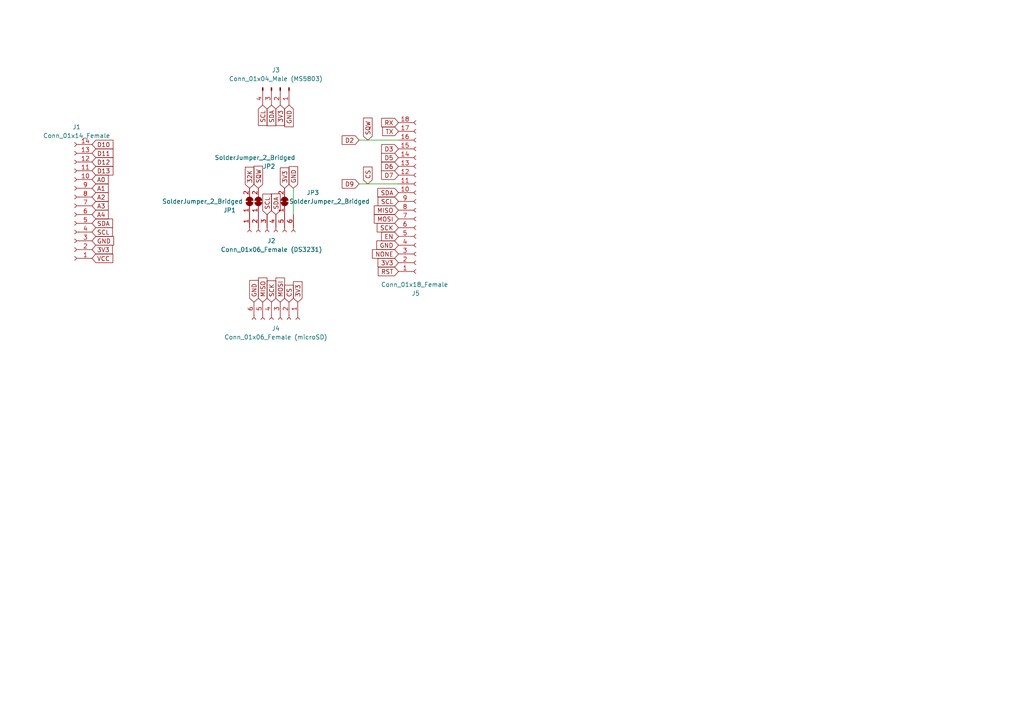
<source format=kicad_sch>
(kicad_sch (version 20211123) (generator eeschema)
  (paper "A4")
  (title_block (title "DIY3 FireBeetle Shield") (date "2022-06-08") (rev "v1"))
  (lib_symbols
    (symbol "Connector:Conn_01x04_Male" (pin_names (offset 1.016) hide)
      (property "Reference" "J" (at 0 5.08 0))
      (property "Value" "Conn_01x04_Male" (at 0 -7.62 0))
      (symbol "Conn_01x04_Male_1_1"
        (polyline (pts (xy 1.27 -5.08) (xy 0.8636 -5.08)) (stroke (width 0.1524)))
        (polyline (pts (xy 1.27 -2.54) (xy 0.8636 -2.54)) (stroke (width 0.1524)))
        (polyline (pts (xy 1.27 0) (xy 0.8636 0)) (stroke (width 0.1524)))
        (polyline (pts (xy 1.27 2.54) (xy 0.8636 2.54)) (stroke (width 0.1524)))
        (rectangle (start 0.8636 -4.953) (end 0 -5.207) (stroke (width 0.1524)) (fill (type outline)))
        (rectangle (start 0.8636 -2.413) (end 0 -2.667) (stroke (width 0.1524)) (fill (type outline)))
        (rectangle (start 0.8636 0.127) (end 0 -0.127) (stroke (width 0.1524)) (fill (type outline)))
        (rectangle (start 0.8636 2.667) (end 0 2.413) (stroke (width 0.1524)) (fill (type outline)))
        (pin passive line (at 5.08 2.54 180) (length 3.81) (name "Pin_1") (number "1"))
        (pin passive line (at 5.08 0 180) (length 3.81) (name "Pin_2") (number "2"))
        (pin passive line (at 5.08 -2.54 180) (length 3.81) (name "Pin_3") (number "3"))
        (pin passive line (at 5.08 -5.08 180) (length 3.81) (name "Pin_4") (number "4"))
      )
    )
    (symbol "Connector:Conn_01x06_Female" (pin_names (offset 1.016) hide)
      (property "Reference" "J" (at 0 7.62 0))
      (property "Value" "Conn_01x06_Female" (at 0 -10.16 0))
      (symbol "Conn_01x06_Female_1_1"
        (arc (start 0 -7.112) (mid -0.508 -7.62) (end 0 -8.128) (stroke (width 0.1524)))
        (arc (start 0 -4.572) (mid -0.508 -5.08) (end 0 -5.588) (stroke (width 0.1524)))
        (arc (start 0 -2.032) (mid -0.508 -2.54) (end 0 -3.048) (stroke (width 0.1524)))
        (polyline (pts (xy -1.27 -7.62) (xy -0.508 -7.62)) (stroke (width 0.1524)))
        (polyline (pts (xy -1.27 -5.08) (xy -0.508 -5.08)) (stroke (width 0.1524)))
        (polyline (pts (xy -1.27 -2.54) (xy -0.508 -2.54)) (stroke (width 0.1524)))
        (polyline (pts (xy -1.27 0) (xy -0.508 0)) (stroke (width 0.1524)))
        (polyline (pts (xy -1.27 2.54) (xy -0.508 2.54)) (stroke (width 0.1524)))
        (polyline (pts (xy -1.27 5.08) (xy -0.508 5.08)) (stroke (width 0.1524)))
        (arc (start 0 0.508) (mid -0.508 0) (end 0 -0.508) (stroke (width 0.1524)))
        (arc (start 0 3.048) (mid -0.508 2.54) (end 0 2.032) (stroke (width 0.1524)))
        (arc (start 0 5.588) (mid -0.508 5.08) (end 0 4.572) (stroke (width 0.1524)))
        (pin passive line (at -5.08 5.08 0) (length 3.81) (name "Pin_1") (number "1"))
        (pin passive line (at -5.08 2.54 0) (length 3.81) (name "Pin_2") (number "2"))
        (pin passive line (at -5.08 0 0) (length 3.81) (name "Pin_3") (number "3"))
        (pin passive line (at -5.08 -2.54 0) (length 3.81) (name "Pin_4") (number "4"))
        (pin passive line (at -5.08 -5.08 0) (length 3.81) (name "Pin_5") (number "5"))
        (pin passive line (at -5.08 -7.62 0) (length 3.81) (name "Pin_6") (number "6"))
      )
    )
    (symbol "Connector:Conn_01x14_Female" (pin_names (offset 1.016) hide)
      (property "Reference" "J" (at 0 17.78 0))
      (property "Value" "Conn_01x14_Female" (at 0 -20.32 0))
      (symbol "Conn_01x14_Female_1_1"
        (arc (start 0 -17.272) (mid -0.508 -17.78) (end 0 -18.288) (stroke (width 0.1524)))
        (arc (start 0 -14.732) (mid -0.508 -15.24) (end 0 -15.748) (stroke (width 0.1524)))
        (arc (start 0 -12.192) (mid -0.508 -12.7) (end 0 -13.208) (stroke (width 0.1524)))
        (arc (start 0 -9.652) (mid -0.508 -10.16) (end 0 -10.668) (stroke (width 0.1524)))
        (arc (start 0 -7.112) (mid -0.508 -7.62) (end 0 -8.128) (stroke (width 0.1524)))
        (arc (start 0 -4.572) (mid -0.508 -5.08) (end 0 -5.588) (stroke (width 0.1524)))
        (arc (start 0 -2.032) (mid -0.508 -2.54) (end 0 -3.048) (stroke (width 0.1524)))
        (polyline (pts (xy -1.27 -17.78) (xy -0.508 -17.78)) (stroke (width 0.1524)))
        (polyline (pts (xy -1.27 -15.24) (xy -0.508 -15.24)) (stroke (width 0.1524)))
        (polyline (pts (xy -1.27 -12.7) (xy -0.508 -12.7)) (stroke (width 0.1524)))
        (polyline (pts (xy -1.27 -10.16) (xy -0.508 -10.16)) (stroke (width 0.1524)))
        (polyline (pts (xy -1.27 -7.62) (xy -0.508 -7.62)) (stroke (width 0.1524)))
        (polyline (pts (xy -1.27 -5.08) (xy -0.508 -5.08)) (stroke (width 0.1524)))
        (polyline (pts (xy -1.27 -2.54) (xy -0.508 -2.54)) (stroke (width 0.1524)))
        (polyline (pts (xy -1.27 0) (xy -0.508 0)) (stroke (width 0.1524)))
        (polyline (pts (xy -1.27 2.54) (xy -0.508 2.54)) (stroke (width 0.1524)))
        (polyline (pts (xy -1.27 5.08) (xy -0.508 5.08)) (stroke (width 0.1524)))
        (polyline (pts (xy -1.27 7.62) (xy -0.508 7.62)) (stroke (width 0.1524)))
        (polyline (pts (xy -1.27 10.16) (xy -0.508 10.16)) (stroke (width 0.1524)))
        (polyline (pts (xy -1.27 12.7) (xy -0.508 12.7)) (stroke (width 0.1524)))
        (polyline (pts (xy -1.27 15.24) (xy -0.508 15.24)) (stroke (width 0.1524)))
        (arc (start 0 0.508) (mid -0.508 0) (end 0 -0.508) (stroke (width 0.1524)))
        (arc (start 0 3.048) (mid -0.508 2.54) (end 0 2.032) (stroke (width 0.1524)))
        (arc (start 0 5.588) (mid -0.508 5.08) (end 0 4.572) (stroke (width 0.1524)))
        (arc (start 0 8.128) (mid -0.508 7.62) (end 0 7.112) (stroke (width 0.1524)))
        (arc (start 0 10.668) (mid -0.508 10.16) (end 0 9.652) (stroke (width 0.1524)))
        (arc (start 0 13.208) (mid -0.508 12.7) (end 0 12.192) (stroke (width 0.1524)))
        (arc (start 0 15.748) (mid -0.508 15.24) (end 0 14.732) (stroke (width 0.1524)))
        (pin passive line (at -5.08 15.24 0) (length 3.81) (name "Pin_1") (number "1"))
        (pin passive line (at -5.08 -7.62 0) (length 3.81) (name "Pin_10") (number "10"))
        (pin passive line (at -5.08 -10.16 0) (length 3.81) (name "Pin_11") (number "11"))
        (pin passive line (at -5.08 -12.7 0) (length 3.81) (name "Pin_12") (number "12"))
        (pin passive line (at -5.08 -15.24 0) (length 3.81) (name "Pin_13") (number "13"))
        (pin passive line (at -5.08 -17.78 0) (length 3.81) (name "Pin_14") (number "14"))
        (pin passive line (at -5.08 12.7 0) (length 3.81) (name "Pin_2") (number "2"))
        (pin passive line (at -5.08 10.16 0) (length 3.81) (name "Pin_3") (number "3"))
        (pin passive line (at -5.08 7.62 0) (length 3.81) (name "Pin_4") (number "4"))
        (pin passive line (at -5.08 5.08 0) (length 3.81) (name "Pin_5") (number "5"))
        (pin passive line (at -5.08 2.54 0) (length 3.81) (name "Pin_6") (number "6"))
        (pin passive line (at -5.08 0 0) (length 3.81) (name "Pin_7") (number "7"))
        (pin passive line (at -5.08 -2.54 0) (length 3.81) (name "Pin_8") (number "8"))
        (pin passive line (at -5.08 -5.08 0) (length 3.81) (name "Pin_9") (number "9"))
      )
    )
    (symbol "Connector:Conn_01x18_Female" (pin_names (offset 1.016) hide)
      (property "Reference" "J" (at 0 22.86 0))
      (property "Value" "Conn_01x18_Female" (at 0 -25.4 0))
      (symbol "Conn_01x18_Female_1_1"
        (arc (start 0 -22.352) (mid -0.508 -22.86) (end 0 -23.368) (stroke (width 0.1524)))
        (arc (start 0 -19.812) (mid -0.508 -20.32) (end 0 -20.828) (stroke (width 0.1524)))
        (arc (start 0 -17.272) (mid -0.508 -17.78) (end 0 -18.288) (stroke (width 0.1524)))
        (arc (start 0 -14.732) (mid -0.508 -15.24) (end 0 -15.748) (stroke (width 0.1524)))
        (arc (start 0 -12.192) (mid -0.508 -12.7) (end 0 -13.208) (stroke (width 0.1524)))
        (arc (start 0 -9.652) (mid -0.508 -10.16) (end 0 -10.668) (stroke (width 0.1524)))
        (arc (start 0 -7.112) (mid -0.508 -7.62) (end 0 -8.128) (stroke (width 0.1524)))
        (arc (start 0 -4.572) (mid -0.508 -5.08) (end 0 -5.588) (stroke (width 0.1524)))
        (arc (start 0 -2.032) (mid -0.508 -2.54) (end 0 -3.048) (stroke (width 0.1524)))
        (polyline (pts (xy -1.27 -22.86) (xy -0.508 -22.86)) (stroke (width 0.1524)))
        (polyline (pts (xy -1.27 -20.32) (xy -0.508 -20.32)) (stroke (width 0.1524)))
        (polyline (pts (xy -1.27 -17.78) (xy -0.508 -17.78)) (stroke (width 0.1524)))
        (polyline (pts (xy -1.27 -15.24) (xy -0.508 -15.24)) (stroke (width 0.1524)))
        (polyline (pts (xy -1.27 -12.7) (xy -0.508 -12.7)) (stroke (width 0.1524)))
        (polyline (pts (xy -1.27 -10.16) (xy -0.508 -10.16)) (stroke (width 0.1524)))
        (polyline (pts (xy -1.27 -7.62) (xy -0.508 -7.62)) (stroke (width 0.1524)))
        (polyline (pts (xy -1.27 -5.08) (xy -0.508 -5.08)) (stroke (width 0.1524)))
        (polyline (pts (xy -1.27 -2.54) (xy -0.508 -2.54)) (stroke (width 0.1524)))
        (polyline (pts (xy -1.27 0) (xy -0.508 0)) (stroke (width 0.1524)))
        (polyline (pts (xy -1.27 2.54) (xy -0.508 2.54)) (stroke (width 0.1524)))
        (polyline (pts (xy -1.27 5.08) (xy -0.508 5.08)) (stroke (width 0.1524)))
        (polyline (pts (xy -1.27 7.62) (xy -0.508 7.62)) (stroke (width 0.1524)))
        (polyline (pts (xy -1.27 10.16) (xy -0.508 10.16)) (stroke (width 0.1524)))
        (polyline (pts (xy -1.27 12.7) (xy -0.508 12.7)) (stroke (width 0.1524)))
        (polyline (pts (xy -1.27 15.24) (xy -0.508 15.24)) (stroke (width 0.1524)))
        (polyline (pts (xy -1.27 17.78) (xy -0.508 17.78)) (stroke (width 0.1524)))
        (polyline (pts (xy -1.27 20.32) (xy -0.508 20.32)) (stroke (width 0.1524)))
        (arc (start 0 0.508) (mid -0.508 0) (end 0 -0.508) (stroke (width 0.1524)))
        (arc (start 0 3.048) (mid -0.508 2.54) (end 0 2.032) (stroke (width 0.1524)))
        (arc (start 0 5.588) (mid -0.508 5.08) (end 0 4.572) (stroke (width 0.1524)))
        (arc (start 0 8.128) (mid -0.508 7.62) (end 0 7.112) (stroke (width 0.1524)))
        (arc (start 0 10.668) (mid -0.508 10.16) (end 0 9.652) (stroke (width 0.1524)))
        (arc (start 0 13.208) (mid -0.508 12.7) (end 0 12.192) (stroke (width 0.1524)))
        (arc (start 0 15.748) (mid -0.508 15.24) (end 0 14.732) (stroke (width 0.1524)))
        (arc (start 0 18.288) (mid -0.508 17.78) (end 0 17.272) (stroke (width 0.1524)))
        (arc (start 0 20.828) (mid -0.508 20.32) (end 0 19.812) (stroke (width 0.1524)))
        (pin passive line (at -5.08 20.32 0) (length 3.81) (name "Pin_1") (number "1"))
        (pin passive line (at -5.08 -2.54 0) (length 3.81) (name "Pin_10") (number "10"))
        (pin passive line (at -5.08 -5.08 0) (length 3.81) (name "Pin_11") (number "11"))
        (pin passive line (at -5.08 -7.62 0) (length 3.81) (name "Pin_12") (number "12"))
        (pin passive line (at -5.08 -10.16 0) (length 3.81) (name "Pin_13") (number "13"))
        (pin passive line (at -5.08 -12.7 0) (length 3.81) (name "Pin_14") (number "14"))
        (pin passive line (at -5.08 -15.24 0) (length 3.81) (name "Pin_15") (number "15"))
        (pin passive line (at -5.08 -17.78 0) (length 3.81) (name "Pin_16") (number "16"))
        (pin passive line (at -5.08 -20.32 0) (length 3.81) (name "Pin_17") (number "17"))
        (pin passive line (at -5.08 -22.86 0) (length 3.81) (name "Pin_18") (number "18"))
        (pin passive line (at -5.08 17.78 0) (length 3.81) (name "Pin_2") (number "2"))
        (pin passive line (at -5.08 15.24 0) (length 3.81) (name "Pin_3") (number "3"))
        (pin passive line (at -5.08 12.7 0) (length 3.81) (name "Pin_4") (number "4"))
        (pin passive line (at -5.08 10.16 0) (length 3.81) (name "Pin_5") (number "5"))
        (pin passive line (at -5.08 7.62 0) (length 3.81) (name "Pin_6") (number "6"))
        (pin passive line (at -5.08 5.08 0) (length 3.81) (name "Pin_7") (number "7"))
        (pin passive line (at -5.08 2.54 0) (length 3.81) (name "Pin_8") (number "8"))
        (pin passive line (at -5.08 0 0) (length 3.81) (name "Pin_9") (number "9"))
      )
    )
    (symbol "Jumper:SolderJumper_2_Bridged" (pin_names (offset 0) hide)
      (property "Reference" "JP" (at 0 2.032 0))
      (property "Value" "SolderJumper_2_Bridged" (at 0 -2.54 0))
      (symbol "SolderJumper_2_Bridged_0_1"
        (rectangle (start -0.508 0.508) (end 0.508 -0.508) (fill (type outline)))
        (arc (start -0.254 1.016) (mid -1.27 0) (end -0.254 -1.016))
        (arc (start -0.254 1.016) (mid -1.27 0) (end -0.254 -1.016) (fill (type outline)))
        (polyline (pts (xy -0.254 1.016) (xy -0.254 -1.016)))
        (polyline (pts (xy 0.254 1.016) (xy 0.254 -1.016)))
        (arc (start 0.254 -1.016) (mid 1.27 0) (end 0.254 1.016))
        (arc (start 0.254 -1.016) (mid 1.27 0) (end 0.254 1.016) (fill (type outline)))
      )
      (symbol "SolderJumper_2_Bridged_1_1"
        (pin passive line (at -3.81 0 0) (length 2.54) (name "A") (number "1"))
        (pin passive line (at 3.81 0 180) (length 2.54) (name "B") (number "2"))
      )
    )
  )
  (wire (pts (xy 104.14 53.34) (xy 115.57 53.34)))
  (wire (pts (xy 104.14 40.64) (xy 115.57 40.64)))
  (wire (pts (xy 85.09 54.61) (xy 85.09 62.23)))
  (global_label "SDA" (shape input) (at 115.57 55.88 180) (property "Intersheet References" "${INTERSHEET_REFS}" (effects hide)))
  (global_label "SQW" (shape input) (at 74.93 54.61 90) (property "Intersheet References" "${INTERSHEET_REFS}" (effects hide)))
  (global_label "D2" (shape input) (at 104.14 40.64 180) (property "Intersheet References" "${INTERSHEET_REFS}" (effects hide)))
  (global_label "SCK" (shape input) (at 115.57 66.04 180) (property "Intersheet References" "${INTERSHEET_REFS}" (effects hide)))
  (global_label "CS" (shape input) (at 83.82 87.63 90) (property "Intersheet References" "${INTERSHEET_REFS}" (effects hide)))
  (global_label "GND" (shape input) (at 115.57 71.12 180) (property "Intersheet References" "${INTERSHEET_REFS}" (effects hide)))
  (global_label "SDA" (shape input) (at 80.01 62.23 90) (property "Intersheet References" "${INTERSHEET_REFS}" (effects hide)))
  (global_label "SQW" (shape input) (at 106.68 40.64 90) (property "Intersheet References" "${INTERSHEET_REFS}" (effects hide)))
  (global_label "TX" (shape input) (at 115.57 38.1 180) (property "Intersheet References" "${INTERSHEET_REFS}" (effects hide)))
  (global_label "D5" (shape input) (at 115.57 45.72 180) (property "Intersheet References" "${INTERSHEET_REFS}" (effects hide)))
  (global_label "SDA" (shape input) (at 26.67 64.77 0) (property "Intersheet References" "${INTERSHEET_REFS}" (effects hide)))
  (global_label "D13" (shape input) (at 26.67 49.53 0) (property "Intersheet References" "${INTERSHEET_REFS}" (effects hide)))
  (global_label "D7" (shape input) (at 115.57 50.8 180) (property "Intersheet References" "${INTERSHEET_REFS}" (effects hide)))
  (global_label "MOSI" (shape input) (at 81.28 87.63 90) (property "Intersheet References" "${INTERSHEET_REFS}" (effects hide)))
  (global_label "RST" (shape input) (at 115.57 78.74 180) (property "Intersheet References" "${INTERSHEET_REFS}" (effects hide)))
  (global_label "3V3" (shape input) (at 86.36 87.63 90) (property "Intersheet References" "${INTERSHEET_REFS}" (effects hide)))
  (global_label "A2" (shape input) (at 26.67 57.15 0) (property "Intersheet References" "${INTERSHEET_REFS}" (effects hide)))
  (global_label "3V3" (shape input) (at 81.28 30.48 270) (property "Intersheet References" "${INTERSHEET_REFS}" (effects hide)))
  (global_label "SCL" (shape input) (at 76.2 30.48 270) (property "Intersheet References" "${INTERSHEET_REFS}" (effects hide)))
  (global_label "SCL" (shape input) (at 26.67 67.31 0) (property "Intersheet References" "${INTERSHEET_REFS}" (effects hide)))
  (global_label "D11" (shape input) (at 26.67 44.45 0) (property "Intersheet References" "${INTERSHEET_REFS}" (effects hide)))
  (global_label "RX" (shape input) (at 115.57 35.56 180) (property "Intersheet References" "${INTERSHEET_REFS}" (effects hide)))
  (global_label "NONE" (shape input) (at 115.57 73.66 180) (property "Intersheet References" "${INTERSHEET_REFS}" (effects hide)))
  (global_label "VCC" (shape input) (at 26.67 74.93 0) (property "Intersheet References" "${INTERSHEET_REFS}" (effects hide)))
  (global_label "D3" (shape input) (at 115.57 43.18 180) (property "Intersheet References" "${INTERSHEET_REFS}" (effects hide)))
  (global_label "D12" (shape input) (at 26.67 46.99 0) (property "Intersheet References" "${INTERSHEET_REFS}" (effects hide)))
  (global_label "A0" (shape input) (at 26.67 52.07 0) (property "Intersheet References" "${INTERSHEET_REFS}" (effects hide)))
  (global_label "A3" (shape input) (at 26.67 59.69 0) (property "Intersheet References" "${INTERSHEET_REFS}" (effects hide)))
  (global_label "D10" (shape input) (at 26.67 41.91 0) (property "Intersheet References" "${INTERSHEET_REFS}" (effects hide)))
  (global_label "MISO" (shape input) (at 115.57 60.96 180) (property "Intersheet References" "${INTERSHEET_REFS}" (effects hide)))
  (global_label "32K" (shape input) (at 72.39 54.61 90) (property "Intersheet References" "${INTERSHEET_REFS}" (effects hide)))
  (global_label "MOSI" (shape input) (at 115.57 63.5 180) (property "Intersheet References" "${INTERSHEET_REFS}" (effects hide)))
  (global_label "3V3" (shape input) (at 115.57 76.2 180) (property "Intersheet References" "${INTERSHEET_REFS}" (effects hide)))
  (global_label "A4" (shape input) (at 26.67 62.23 0) (property "Intersheet References" "${INTERSHEET_REFS}" (effects hide)))
  (global_label "EN" (shape input) (at 115.57 68.58 180) (property "Intersheet References" "${INTERSHEET_REFS}" (effects hide)))
  (global_label "CS" (shape input) (at 106.68 53.34 90) (property "Intersheet References" "${INTERSHEET_REFS}" (effects hide)))
  (global_label "SCL" (shape input) (at 115.57 58.42 180) (property "Intersheet References" "${INTERSHEET_REFS}" (effects hide)))
  (global_label "MISO" (shape input) (at 76.2 87.63 90) (property "Intersheet References" "${INTERSHEET_REFS}" (effects hide)))
  (global_label "D9" (shape input) (at 104.14 53.34 180) (property "Intersheet References" "${INTERSHEET_REFS}" (effects hide)))
  (global_label "GND" (shape input) (at 26.67 69.85 0) (property "Intersheet References" "${INTERSHEET_REFS}" (effects hide)))
  (global_label "GND" (shape input) (at 85.09 54.61 90) (property "Intersheet References" "${INTERSHEET_REFS}" (effects hide)))
  (global_label "D6" (shape input) (at 115.57 48.26 180) (property "Intersheet References" "${INTERSHEET_REFS}" (effects hide)))
  (global_label "SCL" (shape input) (at 77.47 62.23 90) (property "Intersheet References" "${INTERSHEET_REFS}" (effects hide)))
  (global_label "GND" (shape input) (at 73.66 87.63 90) (property "Intersheet References" "${INTERSHEET_REFS}" (effects hide)))
  (global_label "SCK" (shape input) (at 78.74 87.63 90) (property "Intersheet References" "${INTERSHEET_REFS}" (effects hide)))
  (global_label "GND" (shape input) (at 83.82 30.48 270) (property "Intersheet References" "${INTERSHEET_REFS}" (effects hide)))
  (global_label "A1" (shape input) (at 26.67 54.61 0) (property "Intersheet References" "${INTERSHEET_REFS}" (effects hide)))
  (global_label "3V3" (shape input) (at 26.67 72.39 0) (property "Intersheet References" "${INTERSHEET_REFS}" (effects hide)))
  (global_label "3V3" (shape input) (at 82.55 54.61 90) (property "Intersheet References" "${INTERSHEET_REFS}" (effects hide)))
  (global_label "SDA" (shape input) (at 78.74 30.48 270) (property "Intersheet References" "${INTERSHEET_REFS}" (effects hide)))
  (symbol (lib_id "Connector:Conn_01x18_Female") (at 120.65 58.42 0) (mirror x) (unit 1)
    (property "Reference" "J5" (at 119.38 85.09 0) (effects (justify left)))
    (property "Value" "Conn_01x18_Female" (at 110.49 82.55 0) (effects (justify left)))
    (property "Footprint" "Connector_PinHeader_2.54mm:PinHeader_1x18_P2.54mm_Vertical" (effects hide))
  )
  (symbol (lib_id "Jumper:SolderJumper_2_Bridged") (at 74.93 58.42 90) (unit 1)
    (property "Reference" "JP2" (at 76.2 48.26 90) (effects (justify right)))
    (property "Value" "SolderJumper_2_Bridged" (at 62.23 45.72 90) (effects (justify right)))
    (property "Footprint" "Jumper:SolderJumper-2_P1.3mm_Bridged_RoundedPad1.0x1.5mm" (effects hide))
  )
  (symbol (lib_id "Connector:Conn_01x06_Female") (at 81.28 92.71 270) (unit 1)
    (property "Reference" "J4" (at 80.01 95.25 90))
    (property "Value" "Conn_01x06_Female (microSD)" (at 80.01 97.79 90))
    (property "Footprint" "Connector_PinSocket_2.54mm:PinSocket_1x06_P2.54mm_Vertical" (effects hide))
  )
  (symbol (lib_id "Connector:Conn_01x04_Male") (at 81.28 25.4 270) (unit 1)
    (property "Reference" "J3" (at 80.01 20.32 90))
    (property "Value" "Conn_01x04_Male (MS5803)" (at 80.01 22.86 90))
    (property "Footprint" "Connector_JST:JST_PH_B4B-PH-K_1x04_P2.00mm_Vertical" (effects hide))
  )
  (symbol (lib_id "Connector:Conn_01x14_Female") (at 21.59 59.69 180) (unit 1)
    (property "Reference" "J1" (at 22.225 36.83 0))
    (property "Value" "Conn_01x14_Female" (at 22.225 39.37 0))
    (property "Footprint" "Connector_PinHeader_2.54mm:PinHeader_1x14_P2.54mm_Vertical" (effects hide))
  )
  (symbol (lib_id "Connector:Conn_01x06_Female") (at 77.47 67.31 90) (mirror x) (unit 1)
    (property "Reference" "J2" (at 78.74 69.85 90))
    (property "Value" "Conn_01x06_Female (DS3231)" (at 78.74 72.39 90))
    (property "Footprint" "Connector_PinSocket_2.54mm:PinSocket_1x06_P2.54mm_Vertical" (effects hide))
  )
  (symbol (lib_id "Jumper:SolderJumper_2_Bridged") (at 82.55 58.42 90) (unit 1)
    (property "Reference" "JP3" (at 88.9 55.88 90) (effects (justify right)))
    (property "Value" "SolderJumper_2_Bridged" (at 83.82 58.42 90) (effects (justify right)))
    (property "Footprint" "Jumper:SolderJumper-2_P1.3mm_Bridged_RoundedPad1.0x1.5mm" (effects hide))
  )
  (symbol (lib_id "Jumper:SolderJumper_2_Bridged") (at 72.39 58.42 90) (unit 1)
    (property "Reference" "JP1" (at 64.77 60.96 90) (effects (justify right)))
    (property "Value" "SolderJumper_2_Bridged" (at 46.99 58.42 90) (effects (justify right)))
    (property "Footprint" "Jumper:SolderJumper-2_P1.3mm_Bridged_RoundedPad1.0x1.5mm" (effects hide))
  )
)
</source>
